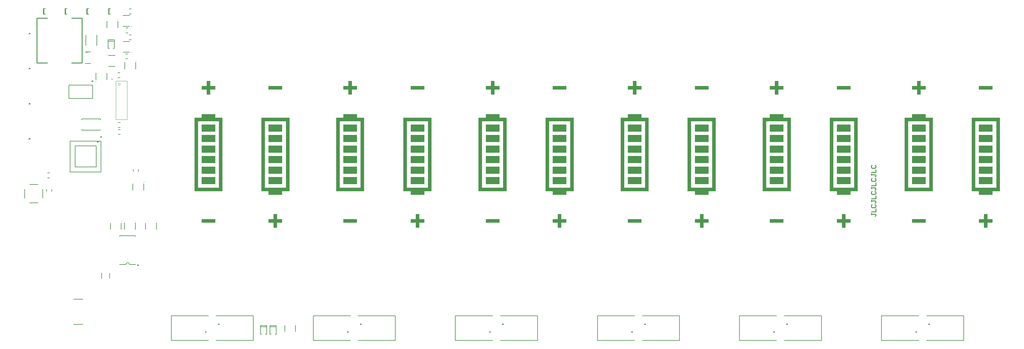
<source format=gto>
G04*
G04 #@! TF.GenerationSoftware,Altium Limited,Altium Designer,18.1.7 (191)*
G04*
G04 Layer_Color=65535*
%FSLAX44Y44*%
%MOMM*%
G71*
G01*
G75*
%ADD10C,0.2000*%
%ADD11C,0.1000*%
%ADD12C,0.2500*%
%ADD13C,0.1500*%
%ADD14C,0.2540*%
%ADD15C,0.1270*%
%ADD16C,0.2032*%
%ADD17R,8.0000X1.0000*%
%ADD18R,1.0000X21.0000*%
%ADD19R,4.0000X2.0000*%
%ADD20R,4.0000X1.0000*%
%ADD21R,1.0000X4.0000*%
D10*
X533500Y964000D02*
G03*
X533500Y964000I-500J0D01*
G01*
X647500Y1022000D02*
G03*
X647500Y1022000I-500J0D01*
G01*
X634500Y1120000D02*
G03*
X634500Y1120000I-500J0D01*
G01*
X634501Y1045993D02*
G03*
X634501Y1045993I-500J0D01*
G01*
X670500Y676000D02*
G03*
X670500Y676000I-500J0D01*
G01*
X596500Y1140000D02*
G03*
X596500Y1140000I-500J0D01*
G01*
X565000Y1038000D02*
G03*
X565000Y1038000I-500J0D01*
G01*
X508450Y1045800D02*
G03*
X508450Y1045800I-1000J0D01*
G01*
X706500Y564000D02*
G03*
X706500Y564000I-500J0D01*
G01*
X1103500Y272000D02*
G03*
X1103500Y272000I-500J0D01*
G01*
X606500Y564000D02*
G03*
X606500Y564000I-500J0D01*
G01*
X646500D02*
G03*
X646500Y564000I-500J0D01*
G01*
X619000Y1102000D02*
X625000D01*
X619000Y1116000D02*
X625000D01*
X618000Y1028000D02*
X624000D01*
X618000Y1042000D02*
X624000D01*
X628000Y1170000D02*
X634000D01*
X628000Y1156000D02*
X634000D01*
X628000Y1096000D02*
X634000D01*
X628000Y1082000D02*
X634000D01*
X640000Y706000D02*
Y712000D01*
X654000Y706000D02*
Y712000D01*
X597000Y826000D02*
X603000D01*
X597000Y812000D02*
X603000D01*
X597000Y846000D02*
X603000D01*
X597000Y832000D02*
X603000D01*
X596000Y988000D02*
X602000D01*
X596000Y974000D02*
X602000D01*
X748000Y223998D02*
X854000D01*
X748000Y293998D02*
X854000D01*
X748000Y223998D02*
Y293998D01*
X876000Y293998D02*
X982000D01*
X876000Y223998D02*
X982000D01*
Y293998D01*
X395000Y702000D02*
X401000D01*
X395000Y688000D02*
X401000D01*
X407000Y650000D02*
Y656000D01*
X393000Y650000D02*
Y656000D01*
X383046Y1171000D02*
X389046D01*
X383046Y1155000D02*
X389046D01*
X383046D02*
Y1171000D01*
X384946Y1155000D02*
Y1171000D01*
X569000Y1171000D02*
X575000D01*
X569000Y1155000D02*
X575000D01*
X569000D02*
Y1171000D01*
X570900Y1155000D02*
Y1171000D01*
X507000D02*
X513000D01*
X507000Y1155000D02*
X513000D01*
X507000D02*
Y1171000D01*
X508900Y1155000D02*
Y1171000D01*
X445000D02*
X451000D01*
X445000Y1155000D02*
X451000D01*
X445000D02*
Y1171000D01*
X446900Y1155000D02*
Y1171000D01*
X568001Y1058000D02*
Y1082000D01*
X569000Y1078500D02*
X585500D01*
X586000Y1058000D02*
Y1082000D01*
X568001Y1058000D02*
X571500D01*
X582500D02*
X586000D01*
X568000Y1082000D02*
X586000D01*
X456500Y914500D02*
Y952500D01*
X523500Y914500D02*
Y952500D01*
X456500Y914500D02*
X523500D01*
X456500Y952500D02*
X523500D01*
X549403Y402000D02*
Y416000D01*
X572404Y402000D02*
Y416000D01*
X549403D02*
X549903D01*
X571904D02*
X572404D01*
X571904Y402000D02*
X572404D01*
X549403D02*
X549903D01*
X503000Y1047500D02*
X518000D01*
X503000Y1015000D02*
X518000D01*
X459500Y704750D02*
X547500D01*
Y792750D01*
X459500Y704750D02*
Y792750D01*
X547500D01*
X474000Y719000D02*
Y779000D01*
X534000Y719000D02*
Y779000D01*
X474000D02*
X534000D01*
X474000Y719000D02*
X534000D01*
X341500Y799000D02*
X346500D01*
X341500D02*
X344000Y801000D01*
X346500Y799000D01*
X1387000Y223998D02*
Y293998D01*
X1281000Y223998D02*
X1387000D01*
X1281000Y293998D02*
X1387000D01*
X1153000Y223998D02*
Y293998D01*
X1259000D01*
X1153000Y223998D02*
X1259000D01*
X1792000D02*
Y293998D01*
X1686000Y223998D02*
X1792000D01*
X1686000Y293998D02*
X1792000D01*
X1558000Y223998D02*
Y293998D01*
X1664000D01*
X1558000Y223998D02*
X1664000D01*
X2197000Y223998D02*
Y293998D01*
X2091000Y223998D02*
X2197000D01*
X2091000Y293998D02*
X2197000D01*
X1963000Y223998D02*
Y293998D01*
X2069000D01*
X1963000Y223998D02*
X2069000D01*
X2602000D02*
Y293998D01*
X2496000Y223998D02*
X2602000D01*
X2496000Y293998D02*
X2602000D01*
X2368000Y223998D02*
Y293998D01*
X2474000D01*
X2368000Y223998D02*
X2474000D01*
X3007000Y223998D02*
Y293998D01*
X2901000Y223998D02*
X3007000D01*
X2901000Y293998D02*
X3007000D01*
X2773000Y223998D02*
Y293998D01*
X2879000D01*
X2773000Y223998D02*
X2879000D01*
X1029001Y242000D02*
Y266000D01*
X1030000Y262500D02*
X1046500D01*
X1047000Y242000D02*
Y266000D01*
X1029001Y242000D02*
X1032500D01*
X1043500D02*
X1047000D01*
X1029000Y266000D02*
X1047000D01*
X1002001Y242000D02*
Y266000D01*
X1003000Y262500D02*
X1019500D01*
X1020000Y242000D02*
Y266000D01*
X1002001Y242000D02*
X1005500D01*
X1016500D02*
X1020000D01*
X1002000Y266000D02*
X1020000D01*
X344000Y901000D02*
X346500Y899000D01*
X341500D02*
X344000Y901000D01*
X341500Y899000D02*
X346500D01*
X344000Y1001000D02*
X346500Y999000D01*
X341500D02*
X344000Y1001000D01*
X341500Y999000D02*
X346500D01*
X344000Y1101000D02*
X346500Y1099000D01*
X341500D02*
X344000Y1101000D01*
X341500Y1099000D02*
X346500D01*
D11*
X580500Y969750D02*
G03*
X580500Y969750I-1250J0D01*
G01*
X603000Y955000D02*
G03*
X603000Y955000I-3000J0D01*
G01*
X550154Y398000D02*
G03*
X550154Y398000I-500J0D01*
G01*
X590000Y855000D02*
Y965000D01*
X622000Y855000D02*
Y965000D01*
X590000D02*
X622000D01*
X590000Y855000D02*
X622000D01*
D12*
X847750Y247998D02*
G03*
X847750Y247998I-1250J0D01*
G01*
X884750Y269998D02*
G03*
X884750Y269998I-1250J0D01*
G01*
X524250Y964000D02*
G03*
X524250Y964000I-1250J0D01*
G01*
X549250Y804750D02*
G03*
X549250Y804750I-1250J0D01*
G01*
X539750Y790750D02*
G03*
X539750Y790750I-1250J0D01*
G01*
X1289750Y269998D02*
G03*
X1289750Y269998I-1250J0D01*
G01*
X1252750Y247998D02*
G03*
X1252750Y247998I-1250J0D01*
G01*
X654250Y438623D02*
G03*
X654250Y438623I-1250J0D01*
G01*
X1694750Y269998D02*
G03*
X1694750Y269998I-1250J0D01*
G01*
X1657750Y247998D02*
G03*
X1657750Y247998I-1250J0D01*
G01*
X2099750Y269998D02*
G03*
X2099750Y269998I-1250J0D01*
G01*
X2062750Y247998D02*
G03*
X2062750Y247998I-1250J0D01*
G01*
X2504750Y269998D02*
G03*
X2504750Y269998I-1250J0D01*
G01*
X2467750Y247998D02*
G03*
X2467750Y247998I-1250J0D01*
G01*
X2909750Y269998D02*
G03*
X2909750Y269998I-1250J0D01*
G01*
X2872750Y247998D02*
G03*
X2872750Y247998I-1250J0D01*
G01*
D13*
X629166Y440623D02*
G03*
X618833Y440623I-5167J0D01*
G01*
X564500Y969000D02*
Y987000D01*
X533500Y969000D02*
Y987000D01*
X534000D01*
X533500Y969000D02*
X534000D01*
X564000Y987000D02*
X564500D01*
X564000Y969000D02*
X564500D01*
X615500Y999000D02*
Y1017000D01*
X646500Y999000D02*
Y1017000D01*
X646000Y999000D02*
X646500D01*
X646000Y1017000D02*
X646500D01*
X615500Y999000D02*
X616000D01*
X615500Y1017000D02*
X616000D01*
X611000Y1151500D02*
X629000D01*
X611000Y1120500D02*
X629000D01*
X611000D02*
Y1121000D01*
X629000Y1120500D02*
Y1121000D01*
X611000Y1151000D02*
Y1151500D01*
X629000Y1151000D02*
Y1151500D01*
X611001Y1077493D02*
X629001D01*
X611001Y1046493D02*
X629001D01*
X611001D02*
Y1046993D01*
X629001Y1046493D02*
Y1046993D01*
X611001Y1076993D02*
Y1077493D01*
X629001Y1076993D02*
Y1077493D01*
X638500Y653000D02*
Y671000D01*
X669500Y653000D02*
Y671000D01*
X669000Y653000D02*
X669500D01*
X669000Y671000D02*
X669500D01*
X638500Y653000D02*
X639000D01*
X638500Y671000D02*
X639000D01*
X564500Y1117000D02*
Y1135000D01*
X595500Y1117000D02*
Y1135000D01*
X595000Y1117000D02*
X595500D01*
X595000Y1135000D02*
X595500D01*
X564500Y1117000D02*
X565000D01*
X564500Y1135000D02*
X565000D01*
X569500Y1006500D02*
X587500D01*
X569500Y1037500D02*
X587500D01*
Y1037000D02*
Y1037500D01*
X569500Y1037000D02*
Y1037500D01*
X587500Y1006500D02*
Y1007000D01*
X569500Y1006500D02*
Y1007000D01*
X674500Y541000D02*
Y559000D01*
X705500Y541000D02*
Y559000D01*
X705000Y541000D02*
X705500D01*
X705000Y559000D02*
X705500D01*
X674500Y541000D02*
X675000D01*
X674500Y559000D02*
X675000D01*
X601000Y521123D02*
Y522623D01*
X646000Y521123D02*
Y522623D01*
Y440623D02*
Y441623D01*
X601000Y440623D02*
Y441623D01*
Y522623D02*
X646000D01*
X601000Y440623D02*
X618800D01*
X629200D02*
X646000D01*
X344000Y617000D02*
X368000D01*
X344000Y669000D02*
X368000D01*
X382000Y630000D02*
Y656000D01*
X330000Y630000D02*
Y656000D01*
X1071500Y267000D02*
X1072000D01*
X1071500Y249000D02*
X1072000D01*
X1102000Y267000D02*
X1102500D01*
X1102000Y249000D02*
X1102500D01*
Y267000D01*
X1071500Y249000D02*
Y267000D01*
X574500Y559000D02*
X575000D01*
X574500Y541000D02*
X575000D01*
X605000Y559000D02*
X605500D01*
X605000Y541000D02*
X605500D01*
Y559000D01*
X574500Y541000D02*
Y559000D01*
X614500D02*
X615000D01*
X614500Y541000D02*
X615000D01*
X645000Y559000D02*
X645500D01*
X645000Y541000D02*
X645500D01*
Y559000D01*
X614500Y541000D02*
Y559000D01*
X545000Y824123D02*
X547000Y826123D01*
X545000Y856123D02*
X547000Y854123D01*
X492000D02*
X494000Y856123D01*
X492000Y826123D02*
X494000Y824123D01*
X545000D01*
X494000Y856123D02*
X545000D01*
D14*
X464000Y1144000D02*
X493000D01*
Y1016000D02*
Y1144000D01*
X464000Y1016000D02*
X493000D01*
X365000Y1144000D02*
X394000D01*
X365000Y1016000D02*
Y1144000D01*
Y1016000D02*
X394000D01*
X2743752Y586849D02*
Y582683D01*
Y584766D01*
X2754165D01*
X2756248Y582683D01*
Y580601D01*
X2754165Y578518D01*
X2743752Y591014D02*
X2756248D01*
Y599345D01*
X2745835Y611841D02*
X2743752Y609758D01*
Y605593D01*
X2745835Y603510D01*
X2754165D01*
X2756248Y605593D01*
Y609758D01*
X2754165Y611841D01*
X2743752Y624337D02*
Y620171D01*
Y622254D01*
X2754165D01*
X2756248Y620171D01*
Y618089D01*
X2754165Y616006D01*
X2743752Y628502D02*
X2756248D01*
Y636833D01*
X2745835Y649329D02*
X2743752Y647246D01*
Y643081D01*
X2745835Y640998D01*
X2754165D01*
X2756248Y643081D01*
Y647246D01*
X2754165Y649329D01*
X2743752Y661824D02*
Y657659D01*
Y659742D01*
X2754165D01*
X2756248Y657659D01*
Y655576D01*
X2754165Y653494D01*
X2743752Y665990D02*
X2756248D01*
Y674321D01*
X2745835Y686816D02*
X2743752Y684734D01*
Y680568D01*
X2745835Y678486D01*
X2754165D01*
X2756248Y680568D01*
Y684734D01*
X2754165Y686816D01*
X2743752Y699312D02*
Y695147D01*
Y697230D01*
X2754165D01*
X2756248Y695147D01*
Y693064D01*
X2754165Y690982D01*
X2743752Y703478D02*
X2756248D01*
Y711808D01*
X2745835Y724304D02*
X2743752Y722222D01*
Y718056D01*
X2745835Y715974D01*
X2754165D01*
X2756248Y718056D01*
Y722222D01*
X2754165Y724304D01*
D15*
X504650Y1066000D02*
Y1096000D01*
X535350Y1066000D02*
Y1096000D01*
D16*
X470000Y269500D02*
X496000D01*
X470000Y341500D02*
X496000D01*
D17*
X854000Y655000D02*
D03*
Y855000D02*
D03*
X1045000Y655000D02*
D03*
Y855000D02*
D03*
X1258000Y855000D02*
D03*
Y655000D02*
D03*
X1450000D02*
D03*
Y855000D02*
D03*
X1664000Y655000D02*
D03*
Y855000D02*
D03*
X1855000D02*
D03*
Y655000D02*
D03*
X2069000D02*
D03*
Y855000D02*
D03*
X2260000D02*
D03*
Y655000D02*
D03*
X2474000Y655000D02*
D03*
Y855000D02*
D03*
X2665000D02*
D03*
Y655000D02*
D03*
X2879000Y655000D02*
D03*
Y855000D02*
D03*
X3070000Y855000D02*
D03*
Y655000D02*
D03*
D18*
X819000Y755000D02*
D03*
X889000D02*
D03*
X1010000Y755000D02*
D03*
X1080000D02*
D03*
X1293000Y755000D02*
D03*
X1223000D02*
D03*
X1415000Y755000D02*
D03*
X1485000D02*
D03*
X1629000Y755000D02*
D03*
X1699000D02*
D03*
X1890000Y755000D02*
D03*
X1820000D02*
D03*
X2034000Y755000D02*
D03*
X2104000D02*
D03*
X2295000Y755000D02*
D03*
X2225000D02*
D03*
X2439000Y755000D02*
D03*
X2509000D02*
D03*
X2700000Y755000D02*
D03*
X2630000D02*
D03*
X2844000Y755000D02*
D03*
X2914000D02*
D03*
X3105000Y755000D02*
D03*
X3035000D02*
D03*
D19*
X854000Y860000D02*
D03*
Y680000D02*
D03*
Y710000D02*
D03*
Y740000D02*
D03*
Y770000D02*
D03*
Y800000D02*
D03*
Y830000D02*
D03*
X1045000Y680000D02*
D03*
Y710000D02*
D03*
X1045000Y740000D02*
D03*
Y770000D02*
D03*
Y800000D02*
D03*
X1045000Y830000D02*
D03*
Y650000D02*
D03*
X1258000Y830000D02*
D03*
Y800000D02*
D03*
Y770000D02*
D03*
Y740000D02*
D03*
Y710000D02*
D03*
Y680000D02*
D03*
Y860000D02*
D03*
X1450000Y680000D02*
D03*
Y710000D02*
D03*
X1450000Y740000D02*
D03*
Y770000D02*
D03*
Y800000D02*
D03*
X1450000Y830000D02*
D03*
Y650000D02*
D03*
X1664000Y860000D02*
D03*
Y680000D02*
D03*
Y710000D02*
D03*
Y740000D02*
D03*
Y770000D02*
D03*
Y800000D02*
D03*
Y830000D02*
D03*
X1855000Y650000D02*
D03*
Y830000D02*
D03*
Y800000D02*
D03*
Y770000D02*
D03*
Y740000D02*
D03*
Y710000D02*
D03*
Y680000D02*
D03*
X2069000Y860000D02*
D03*
Y680000D02*
D03*
Y710000D02*
D03*
Y740000D02*
D03*
Y770000D02*
D03*
Y800000D02*
D03*
Y830000D02*
D03*
X2260000Y650000D02*
D03*
Y830000D02*
D03*
Y800000D02*
D03*
Y770000D02*
D03*
Y740000D02*
D03*
Y710000D02*
D03*
Y680000D02*
D03*
X2474000Y860000D02*
D03*
Y680000D02*
D03*
Y710000D02*
D03*
Y740000D02*
D03*
Y770000D02*
D03*
Y800000D02*
D03*
Y830000D02*
D03*
X2665000Y650000D02*
D03*
Y830000D02*
D03*
X2665000Y800000D02*
D03*
Y770000D02*
D03*
Y740000D02*
D03*
X2665000Y710000D02*
D03*
Y680000D02*
D03*
X2879000Y860000D02*
D03*
Y680000D02*
D03*
Y710000D02*
D03*
Y740000D02*
D03*
Y770000D02*
D03*
Y800000D02*
D03*
Y830000D02*
D03*
X3070000Y650000D02*
D03*
Y830000D02*
D03*
Y800000D02*
D03*
Y770000D02*
D03*
Y740000D02*
D03*
Y710000D02*
D03*
Y680000D02*
D03*
D20*
X854000Y945000D02*
D03*
Y565000D02*
D03*
X1045000Y945000D02*
D03*
Y565000D02*
D03*
X1258000D02*
D03*
Y945000D02*
D03*
X1450000D02*
D03*
Y565000D02*
D03*
X1664000Y945000D02*
D03*
Y565000D02*
D03*
X1855000Y565000D02*
D03*
Y945000D02*
D03*
X2069000Y945000D02*
D03*
Y565000D02*
D03*
X2260000Y565000D02*
D03*
Y945000D02*
D03*
X2474000D02*
D03*
Y565000D02*
D03*
X2665000D02*
D03*
Y945000D02*
D03*
X2879000Y945000D02*
D03*
Y565000D02*
D03*
X3070000Y565000D02*
D03*
Y945000D02*
D03*
D21*
X854000Y945000D02*
D03*
X1045000Y565000D02*
D03*
X1258000Y945000D02*
D03*
X1450000Y565000D02*
D03*
X1664000Y945000D02*
D03*
X1855000Y565000D02*
D03*
X2069000Y945000D02*
D03*
X2260000Y565000D02*
D03*
X2474000Y945000D02*
D03*
X2665000Y565000D02*
D03*
X2879000Y945000D02*
D03*
X3070000Y565000D02*
D03*
M02*

</source>
